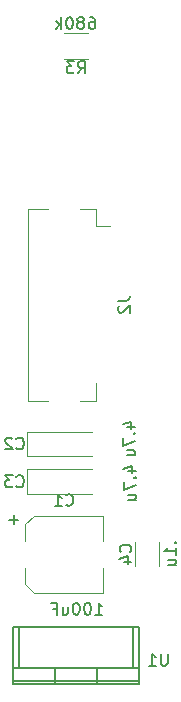
<source format=gbr>
G04 #@! TF.FileFunction,Legend,Bot*
%FSLAX46Y46*%
G04 Gerber Fmt 4.6, Leading zero omitted, Abs format (unit mm)*
G04 Created by KiCad (PCBNEW 4.0.7-e2-6376~58~ubuntu16.04.1) date Mon Jun 25 07:50:44 2018*
%MOMM*%
%LPD*%
G01*
G04 APERTURE LIST*
%ADD10C,0.100000*%
%ADD11C,0.120000*%
%ADD12C,0.150000*%
G04 APERTURE END LIST*
D10*
D11*
X173300000Y-90750000D02*
X173300000Y-92930000D01*
X173300000Y-97350000D02*
X173300000Y-95170000D01*
X166700000Y-91510000D02*
X166700000Y-92930000D01*
X166700000Y-96590000D02*
X166700000Y-95170000D01*
X173300000Y-90750000D02*
X167460000Y-90750000D01*
X167460000Y-90750000D02*
X166700000Y-91510000D01*
X166700000Y-96590000D02*
X167460000Y-97350000D01*
X167460000Y-97350000D02*
X173300000Y-97350000D01*
X166900000Y-85750000D02*
X172400000Y-85750000D01*
X166900000Y-83650000D02*
X172400000Y-83650000D01*
X166900000Y-85750000D02*
X166900000Y-83650000D01*
X166900000Y-88950000D02*
X172400000Y-88950000D01*
X166900000Y-86850000D02*
X172400000Y-86850000D01*
X166900000Y-88950000D02*
X166900000Y-86850000D01*
X175980000Y-95000000D02*
X175980000Y-93000000D01*
X178020000Y-93000000D02*
X178020000Y-95000000D01*
X172000000Y-49930000D02*
X170000000Y-49930000D01*
X170000000Y-52070000D02*
X172000000Y-52070000D01*
D12*
X175826000Y-103651000D02*
X175826000Y-100222000D01*
X166174000Y-103651000D02*
X166174000Y-100222000D01*
X176334000Y-104794000D02*
X165666000Y-104794000D01*
X172778000Y-103778000D02*
X172778000Y-105048000D01*
X169222000Y-103778000D02*
X169222000Y-105048000D01*
X165666000Y-103651000D02*
X176334000Y-103651000D01*
X176334000Y-100222000D02*
X165666000Y-100222000D01*
X165666000Y-105048000D02*
X165666000Y-100222000D01*
X176334000Y-105048000D02*
X176334000Y-100222000D01*
X176334000Y-105048000D02*
X165666000Y-105048000D01*
D11*
X172710000Y-66250000D02*
X172710000Y-64760000D01*
X172710000Y-64760000D02*
X171370000Y-64760000D01*
X172710000Y-79570000D02*
X172710000Y-81060000D01*
X172710000Y-81060000D02*
X171370000Y-81060000D01*
X168650000Y-64760000D02*
X166910000Y-64760000D01*
X166910000Y-64760000D02*
X166910000Y-81060000D01*
X166910000Y-81060000D02*
X168650000Y-81060000D01*
X172710000Y-66250000D02*
X173910000Y-66250000D01*
D12*
X170166666Y-89847143D02*
X170214285Y-89894762D01*
X170357142Y-89942381D01*
X170452380Y-89942381D01*
X170595238Y-89894762D01*
X170690476Y-89799524D01*
X170738095Y-89704286D01*
X170785714Y-89513810D01*
X170785714Y-89370952D01*
X170738095Y-89180476D01*
X170690476Y-89085238D01*
X170595238Y-88990000D01*
X170452380Y-88942381D01*
X170357142Y-88942381D01*
X170214285Y-88990000D01*
X170166666Y-89037619D01*
X169214285Y-89942381D02*
X169785714Y-89942381D01*
X169500000Y-89942381D02*
X169500000Y-88942381D01*
X169595238Y-89085238D01*
X169690476Y-89180476D01*
X169785714Y-89228095D01*
X172647619Y-99152381D02*
X173219048Y-99152381D01*
X172933334Y-99152381D02*
X172933334Y-98152381D01*
X173028572Y-98295238D01*
X173123810Y-98390476D01*
X173219048Y-98438095D01*
X172028572Y-98152381D02*
X171933333Y-98152381D01*
X171838095Y-98200000D01*
X171790476Y-98247619D01*
X171742857Y-98342857D01*
X171695238Y-98533333D01*
X171695238Y-98771429D01*
X171742857Y-98961905D01*
X171790476Y-99057143D01*
X171838095Y-99104762D01*
X171933333Y-99152381D01*
X172028572Y-99152381D01*
X172123810Y-99104762D01*
X172171429Y-99057143D01*
X172219048Y-98961905D01*
X172266667Y-98771429D01*
X172266667Y-98533333D01*
X172219048Y-98342857D01*
X172171429Y-98247619D01*
X172123810Y-98200000D01*
X172028572Y-98152381D01*
X171076191Y-98152381D02*
X170980952Y-98152381D01*
X170885714Y-98200000D01*
X170838095Y-98247619D01*
X170790476Y-98342857D01*
X170742857Y-98533333D01*
X170742857Y-98771429D01*
X170790476Y-98961905D01*
X170838095Y-99057143D01*
X170885714Y-99104762D01*
X170980952Y-99152381D01*
X171076191Y-99152381D01*
X171171429Y-99104762D01*
X171219048Y-99057143D01*
X171266667Y-98961905D01*
X171314286Y-98771429D01*
X171314286Y-98533333D01*
X171266667Y-98342857D01*
X171219048Y-98247619D01*
X171171429Y-98200000D01*
X171076191Y-98152381D01*
X169885714Y-98485714D02*
X169885714Y-99152381D01*
X170314286Y-98485714D02*
X170314286Y-99009524D01*
X170266667Y-99104762D01*
X170171429Y-99152381D01*
X170028571Y-99152381D01*
X169933333Y-99104762D01*
X169885714Y-99057143D01*
X169076190Y-98628571D02*
X169409524Y-98628571D01*
X169409524Y-99152381D02*
X169409524Y-98152381D01*
X168933333Y-98152381D01*
X166100952Y-91111429D02*
X165339047Y-91111429D01*
X165719999Y-91492381D02*
X165719999Y-90730476D01*
X165966666Y-85057143D02*
X166014285Y-85104762D01*
X166157142Y-85152381D01*
X166252380Y-85152381D01*
X166395238Y-85104762D01*
X166490476Y-85009524D01*
X166538095Y-84914286D01*
X166585714Y-84723810D01*
X166585714Y-84580952D01*
X166538095Y-84390476D01*
X166490476Y-84295238D01*
X166395238Y-84200000D01*
X166252380Y-84152381D01*
X166157142Y-84152381D01*
X166014285Y-84200000D01*
X165966666Y-84247619D01*
X165585714Y-84247619D02*
X165538095Y-84200000D01*
X165442857Y-84152381D01*
X165204761Y-84152381D01*
X165109523Y-84200000D01*
X165061904Y-84247619D01*
X165014285Y-84342857D01*
X165014285Y-84438095D01*
X165061904Y-84580952D01*
X165633333Y-85152381D01*
X165014285Y-85152381D01*
X175335714Y-83273810D02*
X176002381Y-83273810D01*
X174954762Y-83035714D02*
X175669048Y-82797619D01*
X175669048Y-83416667D01*
X175907143Y-83797619D02*
X175954762Y-83845238D01*
X176002381Y-83797619D01*
X175954762Y-83750000D01*
X175907143Y-83797619D01*
X176002381Y-83797619D01*
X175002381Y-84178571D02*
X175002381Y-84845238D01*
X176002381Y-84416666D01*
X175335714Y-85654762D02*
X176002381Y-85654762D01*
X175335714Y-85226190D02*
X175859524Y-85226190D01*
X175954762Y-85273809D01*
X176002381Y-85369047D01*
X176002381Y-85511905D01*
X175954762Y-85607143D01*
X175907143Y-85654762D01*
X165966666Y-88257143D02*
X166014285Y-88304762D01*
X166157142Y-88352381D01*
X166252380Y-88352381D01*
X166395238Y-88304762D01*
X166490476Y-88209524D01*
X166538095Y-88114286D01*
X166585714Y-87923810D01*
X166585714Y-87780952D01*
X166538095Y-87590476D01*
X166490476Y-87495238D01*
X166395238Y-87400000D01*
X166252380Y-87352381D01*
X166157142Y-87352381D01*
X166014285Y-87400000D01*
X165966666Y-87447619D01*
X165633333Y-87352381D02*
X165014285Y-87352381D01*
X165347619Y-87733333D01*
X165204761Y-87733333D01*
X165109523Y-87780952D01*
X165061904Y-87828571D01*
X165014285Y-87923810D01*
X165014285Y-88161905D01*
X165061904Y-88257143D01*
X165109523Y-88304762D01*
X165204761Y-88352381D01*
X165490476Y-88352381D01*
X165585714Y-88304762D01*
X165633333Y-88257143D01*
X175385714Y-87023810D02*
X176052381Y-87023810D01*
X175004762Y-86785714D02*
X175719048Y-86547619D01*
X175719048Y-87166667D01*
X175957143Y-87547619D02*
X176004762Y-87595238D01*
X176052381Y-87547619D01*
X176004762Y-87500000D01*
X175957143Y-87547619D01*
X176052381Y-87547619D01*
X175052381Y-87928571D02*
X175052381Y-88595238D01*
X176052381Y-88166666D01*
X175385714Y-89404762D02*
X176052381Y-89404762D01*
X175385714Y-88976190D02*
X175909524Y-88976190D01*
X176004762Y-89023809D01*
X176052381Y-89119047D01*
X176052381Y-89261905D01*
X176004762Y-89357143D01*
X175957143Y-89404762D01*
X175607143Y-93833334D02*
X175654762Y-93785715D01*
X175702381Y-93642858D01*
X175702381Y-93547620D01*
X175654762Y-93404762D01*
X175559524Y-93309524D01*
X175464286Y-93261905D01*
X175273810Y-93214286D01*
X175130952Y-93214286D01*
X174940476Y-93261905D01*
X174845238Y-93309524D01*
X174750000Y-93404762D01*
X174702381Y-93547620D01*
X174702381Y-93642858D01*
X174750000Y-93785715D01*
X174797619Y-93833334D01*
X175035714Y-94690477D02*
X175702381Y-94690477D01*
X174654762Y-94452381D02*
X175369048Y-94214286D01*
X175369048Y-94833334D01*
X179357143Y-93071429D02*
X179404762Y-93119048D01*
X179452381Y-93071429D01*
X179404762Y-93023810D01*
X179357143Y-93071429D01*
X179452381Y-93071429D01*
X179452381Y-94071429D02*
X179452381Y-93500000D01*
X179452381Y-93785714D02*
X178452381Y-93785714D01*
X178595238Y-93690476D01*
X178690476Y-93595238D01*
X178738095Y-93500000D01*
X178785714Y-94928572D02*
X179452381Y-94928572D01*
X178785714Y-94500000D02*
X179309524Y-94500000D01*
X179404762Y-94547619D01*
X179452381Y-94642857D01*
X179452381Y-94785715D01*
X179404762Y-94880953D01*
X179357143Y-94928572D01*
X171166666Y-53302381D02*
X171500000Y-52826190D01*
X171738095Y-53302381D02*
X171738095Y-52302381D01*
X171357142Y-52302381D01*
X171261904Y-52350000D01*
X171214285Y-52397619D01*
X171166666Y-52492857D01*
X171166666Y-52635714D01*
X171214285Y-52730952D01*
X171261904Y-52778571D01*
X171357142Y-52826190D01*
X171738095Y-52826190D01*
X170833333Y-52302381D02*
X170214285Y-52302381D01*
X170547619Y-52683333D01*
X170404761Y-52683333D01*
X170309523Y-52730952D01*
X170261904Y-52778571D01*
X170214285Y-52873810D01*
X170214285Y-53111905D01*
X170261904Y-53207143D01*
X170309523Y-53254762D01*
X170404761Y-53302381D01*
X170690476Y-53302381D01*
X170785714Y-53254762D01*
X170833333Y-53207143D01*
X172166666Y-48552381D02*
X172357143Y-48552381D01*
X172452381Y-48600000D01*
X172500000Y-48647619D01*
X172595238Y-48790476D01*
X172642857Y-48980952D01*
X172642857Y-49361905D01*
X172595238Y-49457143D01*
X172547619Y-49504762D01*
X172452381Y-49552381D01*
X172261904Y-49552381D01*
X172166666Y-49504762D01*
X172119047Y-49457143D01*
X172071428Y-49361905D01*
X172071428Y-49123810D01*
X172119047Y-49028571D01*
X172166666Y-48980952D01*
X172261904Y-48933333D01*
X172452381Y-48933333D01*
X172547619Y-48980952D01*
X172595238Y-49028571D01*
X172642857Y-49123810D01*
X171500000Y-48980952D02*
X171595238Y-48933333D01*
X171642857Y-48885714D01*
X171690476Y-48790476D01*
X171690476Y-48742857D01*
X171642857Y-48647619D01*
X171595238Y-48600000D01*
X171500000Y-48552381D01*
X171309523Y-48552381D01*
X171214285Y-48600000D01*
X171166666Y-48647619D01*
X171119047Y-48742857D01*
X171119047Y-48790476D01*
X171166666Y-48885714D01*
X171214285Y-48933333D01*
X171309523Y-48980952D01*
X171500000Y-48980952D01*
X171595238Y-49028571D01*
X171642857Y-49076190D01*
X171690476Y-49171429D01*
X171690476Y-49361905D01*
X171642857Y-49457143D01*
X171595238Y-49504762D01*
X171500000Y-49552381D01*
X171309523Y-49552381D01*
X171214285Y-49504762D01*
X171166666Y-49457143D01*
X171119047Y-49361905D01*
X171119047Y-49171429D01*
X171166666Y-49076190D01*
X171214285Y-49028571D01*
X171309523Y-48980952D01*
X170500000Y-48552381D02*
X170404761Y-48552381D01*
X170309523Y-48600000D01*
X170261904Y-48647619D01*
X170214285Y-48742857D01*
X170166666Y-48933333D01*
X170166666Y-49171429D01*
X170214285Y-49361905D01*
X170261904Y-49457143D01*
X170309523Y-49504762D01*
X170404761Y-49552381D01*
X170500000Y-49552381D01*
X170595238Y-49504762D01*
X170642857Y-49457143D01*
X170690476Y-49361905D01*
X170738095Y-49171429D01*
X170738095Y-48933333D01*
X170690476Y-48742857D01*
X170642857Y-48647619D01*
X170595238Y-48600000D01*
X170500000Y-48552381D01*
X169738095Y-49552381D02*
X169738095Y-48552381D01*
X169642857Y-49171429D02*
X169357142Y-49552381D01*
X169357142Y-48885714D02*
X169738095Y-49266667D01*
X178761905Y-102452381D02*
X178761905Y-103261905D01*
X178714286Y-103357143D01*
X178666667Y-103404762D01*
X178571429Y-103452381D01*
X178380952Y-103452381D01*
X178285714Y-103404762D01*
X178238095Y-103357143D01*
X178190476Y-103261905D01*
X178190476Y-102452381D01*
X177190476Y-103452381D02*
X177761905Y-103452381D01*
X177476191Y-103452381D02*
X177476191Y-102452381D01*
X177571429Y-102595238D01*
X177666667Y-102690476D01*
X177761905Y-102738095D01*
X174562381Y-72576667D02*
X175276667Y-72576667D01*
X175419524Y-72529047D01*
X175514762Y-72433809D01*
X175562381Y-72290952D01*
X175562381Y-72195714D01*
X174657619Y-73005238D02*
X174610000Y-73052857D01*
X174562381Y-73148095D01*
X174562381Y-73386191D01*
X174610000Y-73481429D01*
X174657619Y-73529048D01*
X174752857Y-73576667D01*
X174848095Y-73576667D01*
X174990952Y-73529048D01*
X175562381Y-72957619D01*
X175562381Y-73576667D01*
M02*

</source>
